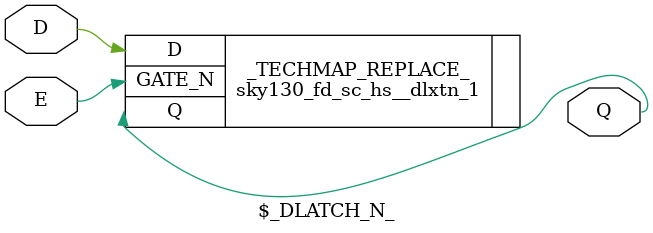
<source format=v>
module $_DLATCH_P_(input E, input D, output Q);
    sky130_fd_sc_hs__dlxtp_1 _TECHMAP_REPLACE_ (
        .D(D),
        .GATE(E),
        .Q(Q)
        );
endmodule

module $_DLATCH_N_(input E, input D, output Q);
    sky130_fd_sc_hs__dlxtn_1 _TECHMAP_REPLACE_ (
        .D(D),
        .GATE_N(E),
        .Q(Q)
        );
endmodule

</source>
